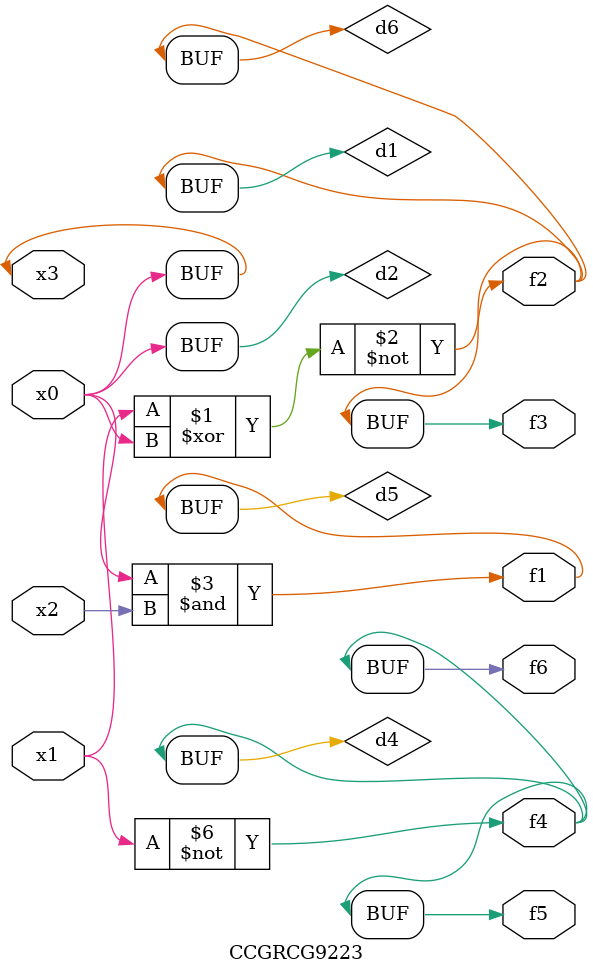
<source format=v>
module CCGRCG9223(
	input x0, x1, x2, x3,
	output f1, f2, f3, f4, f5, f6
);

	wire d1, d2, d3, d4, d5, d6;

	xnor (d1, x1, x3);
	buf (d2, x0, x3);
	nand (d3, x0, x2);
	not (d4, x1);
	nand (d5, d3);
	or (d6, d1);
	assign f1 = d5;
	assign f2 = d6;
	assign f3 = d6;
	assign f4 = d4;
	assign f5 = d4;
	assign f6 = d4;
endmodule

</source>
